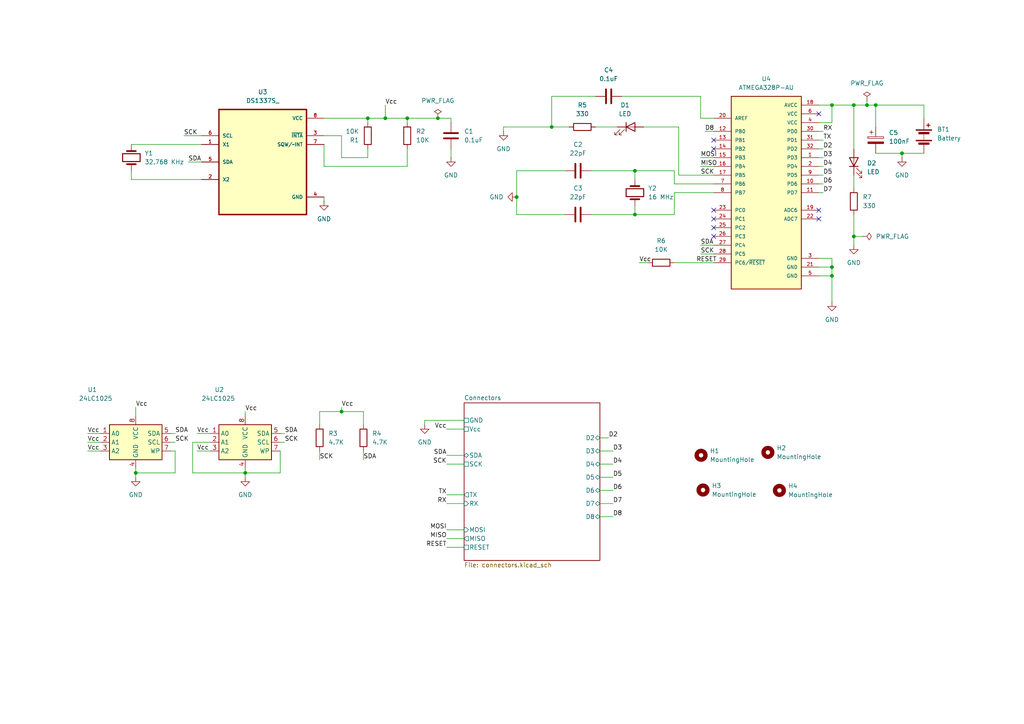
<source format=kicad_sch>
(kicad_sch (version 20250114) (generator "eeschema") (generator_version "9.0")
  (paper "A4")
  (title_block (title "${project_name}") (date "2025-08-30") (rev "1"))
  (lib_symbols
    (symbol "ATMEGA328P-AU:ATMEGA328P-AU" (pin_names (offset 1.016))
      (property "Reference" "U4" (at 0 33.02 0))
      (property "Value" "ATMEGA328P-AU" (at 0 30.48 0))
      (symbol "ATMEGA328P-AU_0_0"
        (rectangle (start -10.16 -27.94) (end 10.16 27.94) (stroke (width 0.254)) (fill (type background)))
        (pin input line (at -15.24 21.59 0) (length 5.08) (name "AREF") (number "20"))
        (pin bidirectional line (at -15.24 17.78 0) (length 5.08) (name "PB0") (number "12"))
        (pin bidirectional line (at -15.24 15.24 0) (length 5.08) (name "PB1") (number "13"))
        (pin bidirectional line (at -15.24 12.7 0) (length 5.08) (name "PB2") (number "14"))
        (pin bidirectional line (at -15.24 10.16 0) (length 5.08) (name "PB3") (number "15"))
        (pin bidirectional line (at -15.24 7.62 0) (length 5.08) (name "PB4") (number "16"))
        (pin bidirectional line (at -15.24 5.08 0) (length 5.08) (name "PB5") (number "17"))
        (pin bidirectional line (at -15.24 2.54 0) (length 5.08) (name "PB6") (number "7"))
        (pin bidirectional line (at -15.24 0 0) (length 5.08) (name "PB7") (number "8"))
        (pin bidirectional line (at -15.24 -5.08 0) (length 5.08) (name "PC0") (number "23"))
        (pin bidirectional line (at -15.24 -7.62 0) (length 5.08) (name "PC1") (number "24"))
        (pin bidirectional line (at -15.24 -10.16 0) (length 5.08) (name "PC2") (number "25"))
        (pin bidirectional line (at -15.24 -12.7 0) (length 5.08) (name "PC3") (number "26"))
        (pin bidirectional line (at -15.24 -15.24 0) (length 5.08) (name "PC4") (number "27"))
        (pin bidirectional line (at -15.24 -17.78 0) (length 5.08) (name "PC5") (number "28"))
        (pin bidirectional line (at -15.24 -20.32 0) (length 5.08) (name "PC6/~{RESET}") (number "29"))
        (pin power_in line (at 15.24 25.4 180) (length 5.08) (name "AVCC") (number "18"))
        (pin power_in line (at 15.24 22.86 180) (length 5.08) (name "VCC") (number "6"))
        (pin power_in line (at 15.24 20.32 180) (length 5.08) (name "VCC") (number "4"))
        (pin bidirectional line (at 15.24 17.78 180) (length 5.08) (name "PD0") (number "30"))
        (pin bidirectional line (at 15.24 15.24 180) (length 5.08) (name "PD1") (number "31"))
        (pin bidirectional line (at 15.24 12.7 180) (length 5.08) (name "PD2") (number "32"))
        (pin bidirectional line (at 15.24 10.16 180) (length 5.08) (name "PD3") (number "1"))
        (pin bidirectional line (at 15.24 7.62 180) (length 5.08) (name "PD4") (number "2"))
        (pin bidirectional line (at 15.24 5.08 180) (length 5.08) (name "PD5") (number "9"))
        (pin bidirectional line (at 15.24 2.54 180) (length 5.08) (name "PD6") (number "10"))
        (pin bidirectional line (at 15.24 0 180) (length 5.08) (name "PD7") (number "11"))
        (pin bidirectional line (at 15.24 -5.08 180) (length 5.08) (name "ADC6") (number "19"))
        (pin bidirectional line (at 15.24 -7.62 180) (length 5.08) (name "ADC7") (number "22"))
        (pin power_in line (at 15.24 -19.05 180) (length 5.08) (name "GND") (number "3"))
        (pin power_in line (at 15.24 -21.59 180) (length 5.08) (name "GND") (number "21"))
        (pin power_in line (at 15.24 -24.13 180) (length 5.08) (name "GND") (number "5"))
      )
    )
    (symbol "DS1337S_:DS1337S_" (pin_names (offset 1.016))
      (property "Reference" "U" (at -12.7 16.24 0))
      (property "Value" "DS1337S_" (at -12.7 -19.24 0))
      (symbol "DS1337S__0_0"
        (rectangle (start -12.7 -15.24) (end 12.7 15.24) (stroke (width 0.41)) (fill (type background)))
        (pin input line (at -17.78 7.62 0) (length 5.08) (name "SCL") (number "6"))
        (pin input line (at -17.78 5.08 0) (length 5.08) (name "X1") (number "1"))
        (pin bidirectional line (at -17.78 0 0) (length 5.08) (name "SDA") (number "5"))
        (pin bidirectional line (at -17.78 -5.08 0) (length 5.08) (name "X2") (number "2"))
        (pin power_in line (at 17.78 12.7 180) (length 5.08) (name "VCC") (number "8"))
        (pin output line (at 17.78 7.62 180) (length 5.08) (name "~{INTA}") (number "3"))
        (pin output line (at 17.78 5.08 180) (length 5.08) (name "SQW/~INT") (number "7"))
        (pin power_in line (at 17.78 -10.16 180) (length 5.08) (name "GND") (number "4"))
      )
    )
    (symbol "Device:Battery" (pin_numbers (hide yes)) (pin_names (offset 0) (hide yes))
      (property "Reference" "BT" (at 2.54 2.54 0))
      (property "Value" "Battery" (at 2.54 0 0))
      (symbol "Battery_0_1"
        (rectangle (start -2.286 1.778) (end 2.286 1.524) (fill (type outline)))
        (rectangle (start -2.286 -1.27) (end 2.286 -1.524) (fill (type outline)))
        (rectangle (start -1.524 1.016) (end 1.524 0.508) (fill (type outline)))
        (rectangle (start -1.524 -2.032) (end 1.524 -2.54) (fill (type outline)))
        (polyline (pts (xy 0 1.778) (xy 0 2.54)))
        (polyline (pts (xy 0 0) (xy 0 0.254)))
        (polyline (pts (xy 0 -0.508) (xy 0 -0.254)))
        (polyline (pts (xy 0 -1.016) (xy 0 -0.762)))
        (polyline (pts (xy 0.762 3.048) (xy 1.778 3.048)) (stroke (width 0.254)))
        (polyline (pts (xy 1.27 3.556) (xy 1.27 2.54)) (stroke (width 0.254)))
      )
      (symbol "Battery_1_1"
        (pin passive line (at 0 5.08 270) (length 2.54) (name "+") (number "1"))
        (pin passive line (at 0 -5.08 90) (length 2.54) (name "-") (number "2"))
      )
    )
    (symbol "Device:C" (pin_numbers (hide yes)) (pin_names (offset 0.254))
      (property "Reference" "C" (at 0.635 2.54 0))
      (property "Value" "C" (at 0.635 -2.54 0))
      (symbol "C_0_1"
        (polyline (pts (xy -2.032 0.762) (xy 2.032 0.762)) (stroke (width 0.508)))
        (polyline (pts (xy -2.032 -0.762) (xy 2.032 -0.762)) (stroke (width 0.508)))
      )
      (symbol "C_1_1"
        (pin passive line (at 0 3.81 270) (length 2.794) (name "~") (number "1"))
        (pin passive line (at 0 -3.81 90) (length 2.794) (name "~") (number "2"))
      )
    )
    (symbol "Device:C_Polarized" (pin_numbers (hide yes)) (pin_names (offset 0.254))
      (property "Reference" "C" (at 0.635 2.54 0))
      (property "Value" "C_Polarized" (at 0.635 -2.54 0))
      (symbol "C_Polarized_0_1"
        (rectangle (start -2.286 0.508) (end 2.286 1.016))
        (polyline (pts (xy -1.778 2.286) (xy -0.762 2.286)))
        (polyline (pts (xy -1.27 2.794) (xy -1.27 1.778)))
        (rectangle (start 2.286 -0.508) (end -2.286 -1.016) (fill (type outline)))
      )
      (symbol "C_Polarized_1_1"
        (pin passive line (at 0 3.81 270) (length 2.794) (name "~") (number "1"))
        (pin passive line (at 0 -3.81 90) (length 2.794) (name "~") (number "2"))
      )
    )
    (symbol "Device:Crystal" (pin_numbers (hide yes)) (pin_names (offset 1.016) (hide yes))
      (property "Reference" "Y" (at 0 3.81 0))
      (property "Value" "Crystal" (at 0 -3.81 0))
      (symbol "Crystal_0_1"
        (polyline (pts (xy -2.54 0) (xy -1.905 0)))
        (polyline (pts (xy -1.905 -1.27) (xy -1.905 1.27)) (stroke (width 0.508)))
        (rectangle (start -1.143 2.54) (end 1.143 -2.54) (stroke (width 0.3048)))
        (polyline (pts (xy 1.905 -1.27) (xy 1.905 1.27)) (stroke (width 0.508)))
        (polyline (pts (xy 2.54 0) (xy 1.905 0)))
      )
      (symbol "Crystal_1_1"
        (pin passive line (at -3.81 0 0) (length 1.27) (name "1") (number "1"))
        (pin passive line (at 3.81 0 180) (length 1.27) (name "2") (number "2"))
      )
    )
    (symbol "Device:LED" (pin_numbers (hide yes)) (pin_names (offset 1.016) (hide yes))
      (property "Reference" "D" (at 0 2.54 0))
      (property "Value" "LED" (at 0 -2.54 0))
      (symbol "LED_0_1"
        (polyline (pts (xy -3.048 -0.762) (xy -4.572 -2.286) (xy -3.81 -2.286) (xy -4.572 -2.286) (xy -4.572 -1.524)))
        (polyline (pts (xy -1.778 -0.762) (xy -3.302 -2.286) (xy -2.54 -2.286) (xy -3.302 -2.286) (xy -3.302 -1.524)))
        (polyline (pts (xy -1.27 0) (xy 1.27 0)))
        (polyline (pts (xy -1.27 -1.27) (xy -1.27 1.27)) (stroke (width 0.254)))
        (polyline (pts (xy 1.27 -1.27) (xy 1.27 1.27) (xy -1.27 0) (xy 1.27 -1.27)) (stroke (width 0.254)))
      )
      (symbol "LED_1_1"
        (pin passive line (at -3.81 0 0) (length 2.54) (name "K") (number "1"))
        (pin passive line (at 3.81 0 180) (length 2.54) (name "A") (number "2"))
      )
    )
    (symbol "Device:R" (pin_numbers (hide yes)) (pin_names (offset 0))
      (property "Reference" "R" (at 2.032 0 90))
      (property "Value" "R" (at 0 0 90))
      (symbol "R_0_1"
        (rectangle (start -1.016 -2.54) (end 1.016 2.54) (stroke (width 0.254)))
      )
      (symbol "R_1_1"
        (pin passive line (at 0 3.81 270) (length 1.27) (name "~") (number "1"))
        (pin passive line (at 0 -3.81 90) (length 1.27) (name "~") (number "2"))
      )
    )
    (symbol "Mechanical:MountingHole" (pin_names (offset 1.016)) (in_bom no)
      (property "Reference" "H" (at 0 5.08 0))
      (property "Value" "MountingHole" (at 0 3.175 0))
      (symbol "MountingHole_0_1"
        (circle (center 0 0) (radius 1.27) (stroke (width 1.27)))
      )
    )
    (symbol "Memory_EEPROM:24LC1025"
      (property "Reference" "U" (at -6.35 6.35 0))
      (property "Value" "24LC1025" (at 1.27 6.35 0))
      (symbol "24LC1025_1_1"
        (rectangle (start -7.62 5.08) (end 7.62 -5.08) (stroke (width 0.254)) (fill (type background)))
        (pin input line (at -10.16 2.54 0) (length 2.54) (name "A0") (number "1"))
        (pin input line (at -10.16 0 0) (length 2.54) (name "A1") (number "2"))
        (pin input line (at -10.16 -2.54 0) (length 2.54) (name "A2") (number "3"))
        (pin power_in line (at 0 7.62 270) (length 2.54) (name "VCC") (number "8"))
        (pin power_in line (at 0 -7.62 90) (length 2.54) (name "GND") (number "4"))
        (pin bidirectional line (at 10.16 2.54 180) (length 2.54) (name "SDA") (number "5"))
        (pin input line (at 10.16 0 180) (length 2.54) (name "SCL") (number "6"))
        (pin input line (at 10.16 -2.54 180) (length 2.54) (name "WP") (number "7"))
      )
    )
    (symbol "power:GND" (power) (pin_numbers (hide yes)) (pin_names (offset 0) (hide yes))
      (property "Value" "GND" (at 0 -3.81 0))
      (symbol "GND_0_1"
        (polyline (pts (xy 0 0) (xy 0 -1.27) (xy 1.27 -1.27) (xy 0 -2.54) (xy -1.27 -1.27) (xy 0 -1.27)))
      )
      (symbol "GND_1_1"
        (pin power_in line (at 0 0 270) (length 0) (name "~") (number "1"))
      )
    )
    (symbol "power:PWR_FLAG" (power) (pin_numbers (hide yes)) (pin_names (offset 0) (hide yes))
      (property "Value" "PWR_FLAG" (at 0 3.81 0))
      (symbol "PWR_FLAG_0_0"
        (pin power_out line (at 0 0 90) (length 0) (name "~") (number "1"))
      )
      (symbol "PWR_FLAG_0_1"
        (polyline (pts (xy 0 0) (xy 0 1.27) (xy -1.016 1.905) (xy 0 2.54) (xy 1.016 1.905) (xy 0 1.27)))
      )
    )
  )
  (junction (at 241.3 80.01))
  (junction (at 118.11 34.29))
  (junction (at 106.68 34.29))
  (junction (at 251.46 30.48))
  (junction (at 247.65 68.58))
  (junction (at 71.12 137.16))
  (junction (at 39.37 137.16))
  (junction (at 149.86 57.15))
  (junction (at 261.62 44.45))
  (junction (at 241.3 77.47))
  (junction (at 184.15 49.53))
  (junction (at 99.06 119.38))
  (junction (at 127 34.29))
  (junction (at 247.65 30.48))
  (junction (at 241.3 30.48))
  (junction (at 111.76 34.29))
  (junction (at 160.02 36.83))
  (junction (at 254 30.48))
  (junction (at 184.15 62.23))
  (no_connect (at 237.49 33.02))
  (no_connect (at 207.01 66.04))
  (no_connect (at 207.01 40.64))
  (no_connect (at 207.01 63.5))
  (no_connect (at 237.49 63.5))
  (no_connect (at 237.49 60.96))
  (no_connect (at 207.01 68.58))
  (no_connect (at 207.01 43.18))
  (no_connect (at 207.01 60.96))
  (wire (pts (xy 93.98 34.29) (xy 106.68 34.29)))
  (wire (pts (xy 195.58 76.2) (xy 207.01 76.2)))
  (wire (pts (xy 25.4 130.81) (xy 29.21 130.81)))
  (wire (pts (xy 184.15 49.53) (xy 195.58 49.53)))
  (wire (pts (xy 93.98 39.37) (xy 99.06 39.37)))
  (wire (pts (xy 267.97 30.48) (xy 267.97 34.29)))
  (wire (pts (xy 92.71 123.19) (xy 92.71 119.38)))
  (wire (pts (xy 184.15 62.23) (xy 195.58 62.23)))
  (wire (pts (xy 93.98 41.91) (xy 93.98 48.26)))
  (wire (pts (xy 237.49 77.47) (xy 241.3 77.47)))
  (wire (pts (xy 196.85 50.8) (xy 207.01 50.8)))
  (wire (pts (xy 195.58 55.88) (xy 207.01 55.88)))
  (wire (pts (xy 92.71 119.38) (xy 99.06 119.38)))
  (wire (pts (xy 129.54 146.05) (xy 134.62 146.05)))
  (wire (pts (xy 49.53 130.81) (xy 50.8 130.81)))
  (wire (pts (xy 149.86 49.53) (xy 163.83 49.53)))
  (wire (pts (xy 149.86 62.23) (xy 149.86 57.15)))
  (wire (pts (xy 53.34 39.37) (xy 58.42 39.37)))
  (wire (pts (xy 204.47 38.1) (xy 207.01 38.1)))
  (wire (pts (xy 50.8 128.27) (xy 49.53 128.27)))
  (wire (pts (xy 160.02 36.83) (xy 146.05 36.83)))
  (wire (pts (xy 238.76 55.88) (xy 237.49 55.88)))
  (wire (pts (xy 71.12 119.38) (xy 71.12 120.65)))
  (wire (pts (xy 195.58 53.34) (xy 207.01 53.34)))
  (wire (pts (xy 247.65 68.58) (xy 247.65 62.23)))
  (wire (pts (xy 81.28 137.16) (xy 71.12 137.16)))
  (wire (pts (xy 82.55 125.73) (xy 81.28 125.73)))
  (wire (pts (xy 203.2 27.94) (xy 180.34 27.94)))
  (wire (pts (xy 123.19 123.19) (xy 123.19 121.92)))
  (wire (pts (xy 81.28 130.81) (xy 81.28 137.16)))
  (wire (pts (xy 247.65 30.48) (xy 251.46 30.48)))
  (wire (pts (xy 92.71 133.35) (xy 92.71 130.81)))
  (wire (pts (xy 129.54 156.21) (xy 134.62 156.21)))
  (wire (pts (xy 247.65 43.18) (xy 247.65 30.48)))
  (wire (pts (xy 130.81 45.72) (xy 130.81 43.18)))
  (wire (pts (xy 254 30.48) (xy 254 36.83)))
  (wire (pts (xy 111.76 34.29) (xy 118.11 34.29)))
  (wire (pts (xy 129.54 153.67) (xy 134.62 153.67)))
  (wire (pts (xy 130.81 34.29) (xy 130.81 35.56)))
  (wire (pts (xy 129.54 132.08) (xy 134.62 132.08)))
  (wire (pts (xy 93.98 48.26) (xy 118.11 48.26)))
  (wire (pts (xy 118.11 34.29) (xy 127 34.29)))
  (wire (pts (xy 241.3 35.56) (xy 241.3 30.48)))
  (wire (pts (xy 207.01 34.29) (xy 203.2 34.29)))
  (wire (pts (xy 99.06 39.37) (xy 99.06 45.72)))
  (wire (pts (xy 177.8 146.05) (xy 173.99 146.05)))
  (wire (pts (xy 177.8 142.24) (xy 173.99 142.24)))
  (wire (pts (xy 39.37 137.16) (xy 39.37 138.43)))
  (wire (pts (xy 93.98 57.15) (xy 93.98 58.42)))
  (wire (pts (xy 55.88 128.27) (xy 60.96 128.27)))
  (wire (pts (xy 71.12 137.16) (xy 71.12 138.43)))
  (wire (pts (xy 241.3 74.93) (xy 241.3 77.47)))
  (wire (pts (xy 251.46 29.21) (xy 251.46 30.48)))
  (wire (pts (xy 173.99 127) (xy 176.53 127)))
  (wire (pts (xy 238.76 38.1) (xy 237.49 38.1)))
  (wire (pts (xy 185.42 76.2) (xy 187.96 76.2)))
  (wire (pts (xy 50.8 125.73) (xy 49.53 125.73)))
  (wire (pts (xy 129.54 143.51) (xy 134.62 143.51)))
  (wire (pts (xy 237.49 30.48) (xy 241.3 30.48)))
  (wire (pts (xy 146.05 36.83) (xy 146.05 38.1)))
  (wire (pts (xy 241.3 80.01) (xy 241.3 87.63)))
  (wire (pts (xy 129.54 134.62) (xy 134.62 134.62)))
  (wire (pts (xy 184.15 59.69) (xy 184.15 62.23)))
  (wire (pts (xy 57.15 125.73) (xy 60.96 125.73)))
  (wire (pts (xy 127 34.29) (xy 130.81 34.29)))
  (wire (pts (xy 184.15 52.07) (xy 184.15 49.53)))
  (wire (pts (xy 203.2 71.12) (xy 207.01 71.12)))
  (wire (pts (xy 254 44.45) (xy 261.62 44.45)))
  (wire (pts (xy 237.49 35.56) (xy 241.3 35.56)))
  (wire (pts (xy 55.88 137.16) (xy 55.88 128.27)))
  (wire (pts (xy 105.41 119.38) (xy 105.41 123.19)))
  (wire (pts (xy 149.86 57.15) (xy 149.86 49.53)))
  (wire (pts (xy 118.11 48.26) (xy 118.11 43.18)))
  (wire (pts (xy 58.42 52.07) (xy 38.1 52.07)))
  (wire (pts (xy 203.2 34.29) (xy 203.2 27.94)))
  (wire (pts (xy 99.06 45.72) (xy 106.68 45.72)))
  (wire (pts (xy 25.4 125.73) (xy 29.21 125.73)))
  (wire (pts (xy 118.11 34.29) (xy 118.11 35.56)))
  (wire (pts (xy 106.68 34.29) (xy 106.68 35.56)))
  (wire (pts (xy 171.45 62.23) (xy 184.15 62.23)))
  (wire (pts (xy 238.76 43.18) (xy 237.49 43.18)))
  (wire (pts (xy 238.76 40.64) (xy 237.49 40.64)))
  (wire (pts (xy 241.3 80.01) (xy 237.49 80.01)))
  (wire (pts (xy 163.83 62.23) (xy 149.86 62.23)))
  (wire (pts (xy 241.3 77.47) (xy 241.3 80.01)))
  (wire (pts (xy 251.46 30.48) (xy 254 30.48)))
  (wire (pts (xy 165.1 36.83) (xy 160.02 36.83)))
  (wire (pts (xy 186.69 36.83) (xy 196.85 36.83)))
  (wire (pts (xy 25.4 128.27) (xy 29.21 128.27)))
  (wire (pts (xy 238.76 48.26) (xy 237.49 48.26)))
  (wire (pts (xy 247.65 50.8) (xy 247.65 54.61)))
  (wire (pts (xy 247.65 68.58) (xy 250.19 68.58)))
  (wire (pts (xy 106.68 34.29) (xy 111.76 34.29)))
  (wire (pts (xy 38.1 52.07) (xy 38.1 49.53)))
  (wire (pts (xy 203.2 73.66) (xy 207.01 73.66)))
  (wire (pts (xy 195.58 62.23) (xy 195.58 55.88)))
  (wire (pts (xy 247.65 71.12) (xy 247.65 68.58)))
  (wire (pts (xy 123.19 121.92) (xy 134.62 121.92)))
  (wire (pts (xy 82.55 128.27) (xy 81.28 128.27)))
  (wire (pts (xy 106.68 45.72) (xy 106.68 43.18)))
  (wire (pts (xy 238.76 53.34) (xy 237.49 53.34)))
  (wire (pts (xy 196.85 36.83) (xy 196.85 50.8)))
  (wire (pts (xy 203.2 48.26) (xy 207.01 48.26)))
  (wire (pts (xy 172.72 27.94) (xy 160.02 27.94)))
  (wire (pts (xy 160.02 27.94) (xy 160.02 36.83)))
  (wire (pts (xy 177.8 138.43) (xy 173.99 138.43)))
  (wire (pts (xy 171.45 49.53) (xy 184.15 49.53)))
  (wire (pts (xy 71.12 137.16) (xy 55.88 137.16)))
  (wire (pts (xy 39.37 135.89) (xy 39.37 137.16)))
  (wire (pts (xy 261.62 44.45) (xy 267.97 44.45)))
  (wire (pts (xy 195.58 49.53) (xy 195.58 53.34)))
  (wire (pts (xy 111.76 30.48) (xy 111.76 34.29)))
  (wire (pts (xy 129.54 158.75) (xy 134.62 158.75)))
  (wire (pts (xy 237.49 74.93) (xy 241.3 74.93)))
  (wire (pts (xy 39.37 118.11) (xy 39.37 120.65)))
  (wire (pts (xy 261.62 44.45) (xy 261.62 45.72)))
  (wire (pts (xy 238.76 50.8) (xy 237.49 50.8)))
  (wire (pts (xy 57.15 130.81) (xy 60.96 130.81)))
  (wire (pts (xy 99.06 118.11) (xy 99.06 119.38)))
  (wire (pts (xy 172.72 36.83) (xy 179.07 36.83)))
  (wire (pts (xy 105.41 133.35) (xy 105.41 130.81)))
  (wire (pts (xy 254 30.48) (xy 267.97 30.48)))
  (wire (pts (xy 238.76 45.72) (xy 237.49 45.72)))
  (wire (pts (xy 129.54 124.46) (xy 134.62 124.46)))
  (wire (pts (xy 177.8 149.86) (xy 173.99 149.86)))
  (wire (pts (xy 50.8 137.16) (xy 39.37 137.16)))
  (wire (pts (xy 71.12 135.89) (xy 71.12 137.16)))
  (wire (pts (xy 177.8 134.62) (xy 173.99 134.62)))
  (wire (pts (xy 50.8 130.81) (xy 50.8 137.16)))
  (wire (pts (xy 38.1 41.91) (xy 58.42 41.91)))
  (wire (pts (xy 241.3 30.48) (xy 247.65 30.48)))
  (wire (pts (xy 203.2 45.72) (xy 207.01 45.72)))
  (wire (pts (xy 177.8 130.81) (xy 173.99 130.81)))
  (wire (pts (xy 54.61 46.99) (xy 58.42 46.99)))
  (wire (pts (xy 99.06 119.38) (xy 105.41 119.38)))
  (label "Vcc" (at 39.37 118.11 0))
  (label "D6" (at 238.76 53.34 0))
  (label "Vcc" (at 57.15 125.73 0))
  (label "MISO" (at 203.2 48.26 0))
  (label "RESET" (at 129.54 158.75 180))
  (label "D7" (at 238.76 55.88 0))
  (label "SDA" (at 54.61 46.99 0))
  (label "D3" (at 177.8 130.81 0))
  (label "SCK" (at 53.34 39.37 0))
  (label "D6" (at 177.8 142.24 0))
  (label "Vcc" (at 129.54 124.46 180))
  (label "D3" (at 238.76 45.72 0))
  (label "Vcc" (at 71.12 119.38 0))
  (label "SCK" (at 203.2 50.8 0))
  (label "RX" (at 129.54 146.05 180))
  (label "RX" (at 238.76 38.1 0))
  (label "D4" (at 238.76 48.26 0))
  (label "SDA" (at 50.8 125.73 0))
  (label "D8" (at 177.8 149.86 0))
  (label "D2" (at 238.76 43.18 0))
  (label "MOSI" (at 129.54 153.67 180))
  (label "SDA" (at 203.2 71.12 0))
  (label "SDA" (at 129.54 132.08 180))
  (label "RESET" (at 201.93 76.2 0))
  (label "SDA" (at 82.55 125.73 0))
  (label "Vcc" (at 25.4 128.27 0))
  (label "Vcc" (at 111.76 30.48 0))
  (label "SCK" (at 82.55 128.27 0))
  (label "Vcc" (at 57.15 130.81 0))
  (label "MOSI" (at 203.2 45.72 0))
  (label "SCK" (at 50.8 128.27 0))
  (label "Vcc" (at 25.4 130.81 0))
  (label "D5" (at 177.8 138.43 0))
  (label "SCK" (at 203.2 73.66 0))
  (label "MISO" (at 129.54 156.21 180))
  (label "Vcc" (at 25.4 125.73 0))
  (label "D5" (at 238.76 50.8 0))
  (label "D7" (at 177.8 146.05 0))
  (label "Vcc" (at 185.42 76.2 0))
  (label "D4" (at 177.8 134.62 0))
  (label "Vcc" (at 99.06 118.11 0))
  (label "SDA" (at 105.41 133.35 0))
  (label "D8" (at 204.47 38.1 0))
  (label "D2" (at 176.53 127 0))
  (label "SCK" (at 129.54 134.62 180))
  (label "TX" (at 238.76 40.64 0))
  (label "TX" (at 129.54 143.51 180))
  (label "SCK" (at 92.71 133.35 0))
  (symbol (lib_id "Device:R") (at 191.77 76.2 90) (unit 1)
    (property "Reference" "R6" (at 191.77 69.85 90))
    (property "Value" "10K" (at 191.77 72.39 90))
    (property "Footprint" "Resistor_SMD:R_0805_2012Metric" (effects (hide yes)))
    (property "Description" "Resistor" (effects (hide yes)))
  )
  (symbol (lib_id "power:GND") (at 71.12 138.43 0) (unit 1)
    (property "Reference" "#PWR04" (effects (hide yes)))
    (property "Value" "GND" (at 71.12 143.51 0))
    (property "Description" "Power symbol creates a global label with name \"GND\" , ground" (effects (hide yes)))
  )
  (symbol (lib_id "power:PWR_FLAG") (at 250.19 68.58 270) (unit 1)
    (property "Reference" "#FLG02" (effects (hide yes)))
    (property "Value" "PWR_FLAG" (at 254 68.5799 90) (effects (justify left)))
    (property "Description" "Special symbol for telling ERC where power comes from" (effects (hide yes)))
  )
  (symbol (lib_id "power:GND") (at 146.05 38.1 0) (unit 1)
    (property "Reference" "#PWR09" (effects (hide yes)))
    (property "Value" "GND" (at 146.05 43.18 0))
    (property "Description" "Power symbol creates a global label with name \"GND\" , ground" (effects (hide yes)))
  )
  (symbol (lib_id "Device:Battery") (at 267.97 39.37 0) (unit 1)
    (property "Reference" "BT1" (at 271.78 37.5284 0) (effects (justify left)))
    (property "Value" "Battery" (at 271.78 40.0684 0) (effects (justify left)))
    (property "Footprint" "Connector_PinHeader_2.54mm:PinHeader_1x02_P2.54mm_Vertical" (effects (hide yes)))
    (property "Description" "Multiple-cell battery" (effects (hide yes)))
  )
  (symbol (lib_id "ATMEGA328P-AU:ATMEGA328P-AU") (at 222.25 55.88 0) (unit 1)
    (property "Reference" "U4" (at 222.25 22.86 0))
    (property "Value" "ATMEGA328P-AU" (at 222.25 25.4 0))
    (property "Footprint" "Footprints:QFP80P900X900X120-32N" (effects (hide yes)))
    (property "MF" "Microchip" (effects (hide yes)))
    (property "MAXIMUM_PACKAGE_HEIGHT" "1.20mm" (effects (hide yes)))
    (property "Package" "TQFP-32 Microchip" (effects (hide yes)))
    (property "Price" "None" (effects (hide yes)))
    (property "Check_prices" "https://www.snapeda.com/parts/ATMEGA328P-AU/Microchip+Technology/view-part/?ref=eda" (effects (hide yes)))
    (property "STANDARD" "IPC-7351B" (effects (hide yes)))
    (property "PARTREV" "8271A" (effects (hide yes)))
    (property "SnapEDA_Link" "https://www.snapeda.com/parts/ATMEGA328P-AU/Microchip+Technology/view-part/?ref=snap" (effects (hide yes)))
    (property "MP" "ATMEGA328P-AU" (effects (hide yes)))
    (property "Description_1" "AVR AVR® ATmega Microcontroller IC 8-Bit 20MHz 32KB (16K x 16) FLASH 32-TQFP (7x7)" (effects (hide yes)))
    (property "Availability" "In Stock" (effects (hide yes)))
    (property "MANUFACTURER" "Microchip" (effects (hide yes)))
  )
  (symbol (lib_id "power:GND") (at 149.86 57.15 270) (unit 1)
    (property "Reference" "#PWR08" (effects (hide yes)))
    (property "Value" "GND" (at 146.05 57.1499 90) (effects (justify right)))
    (property "Description" "Power symbol creates a global label with name \"GND\" , ground" (effects (hide yes)))
  )
  (symbol (lib_id "power:GND") (at 130.81 45.72 0) (unit 1)
    (property "Reference" "#PWR02" (effects (hide yes)))
    (property "Value" "GND" (at 130.81 50.8 0))
    (property "Description" "Power symbol creates a global label with name \"GND\" , ground" (effects (hide yes)))
  )
  (symbol (lib_id "Mechanical:MountingHole") (at 203.3393 132.049 0) (unit 1) (in_bom no)
    (property "Reference" "H1" (at 205.8793 130.7789 0) (effects (justify left)))
    (property "Value" "MountingHole" (at 205.8793 133.3189 0) (effects (justify left)))
    (property "Footprint" "MountingHole:MountingHole_2.1mm" (effects (hide yes)))
    (property "Description" "Mounting Hole without connection" (effects (hide yes)))
  )
  (symbol (lib_id "Device:R") (at 106.68 39.37 180) (unit 1)
    (property "Reference" "R1" (at 104.14 40.6401 0) (effects (justify left)))
    (property "Value" "10K" (at 104.14 38.1001 0) (effects (justify left)))
    (property "Footprint" "Resistor_SMD:R_0805_2012Metric" (effects (hide yes)))
    (property "Description" "Resistor" (effects (hide yes)))
  )
  (symbol (lib_id "Device:C") (at 130.81 39.37 0) (unit 1)
    (property "Reference" "C1" (at 134.62 38.0999 0) (effects (justify left)))
    (property "Value" "0.1uF" (at 134.62 40.6399 0) (effects (justify left)))
    (property "Footprint" "Capacitor_SMD:C_0805_2012Metric" (effects (hide yes)))
    (property "Description" "Unpolarized capacitor" (effects (hide yes)))
  )
  (symbol (lib_id "Device:C_Polarized") (at 254 40.64 0) (unit 1)
    (property "Reference" "C5" (at 257.81 38.4809 0) (effects (justify left)))
    (property "Value" "100nF" (at 257.81 41.0209 0) (effects (justify left)))
    (property "Footprint" "Capacitor_SMD:C_0805_2012Metric" (effects (hide yes)))
    (property "Description" "Polarized capacitor" (effects (hide yes)))
  )
  (symbol (lib_id "Mechanical:MountingHole") (at 222.7204 131.2194 0) (unit 1) (in_bom no)
    (property "Reference" "H2" (at 225.2604 129.9493 0) (effects (justify left)))
    (property "Value" "MountingHole" (at 225.2604 132.4893 0) (effects (justify left)))
    (property "Footprint" "MountingHole:MountingHole_2.1mm" (effects (hide yes)))
    (property "Description" "Mounting Hole without connection" (effects (hide yes)))
  )
  (symbol (lib_id "power:GND") (at 93.98 58.42 0) (unit 1)
    (property "Reference" "#PWR01" (effects (hide yes)))
    (property "Value" "GND" (at 93.98 63.5 0))
    (property "Description" "Power symbol creates a global label with name \"GND\" , ground" (effects (hide yes)))
  )
  (symbol (lib_id "Device:C") (at 167.64 49.53 90) (unit 1)
    (property "Reference" "C2" (at 167.64 41.91 90))
    (property "Value" "22pF" (at 167.64 44.45 90))
    (property "Footprint" "Capacitor_SMD:C_0805_2012Metric" (effects (hide yes)))
    (property "Description" "Unpolarized capacitor" (effects (hide yes)))
  )
  (symbol (lib_id "Mechanical:MountingHole") (at 226.06 142.24 0) (unit 1) (in_bom no)
    (property "Reference" "H4" (at 228.6 140.9699 0) (effects (justify left)))
    (property "Value" "MountingHole" (at 228.6 143.5099 0) (effects (justify left)))
    (property "Footprint" "MountingHole:MountingHole_2.1mm" (effects (hide yes)))
    (property "Description" "Mounting Hole without connection" (effects (hide yes)))
  )
  (symbol (lib_id "Device:R") (at 168.91 36.83 90) (unit 1)
    (property "Reference" "R5" (at 168.91 30.48 90))
    (property "Value" "330" (at 168.91 33.02 90))
    (property "Footprint" "Resistor_SMD:R_0805_2012Metric" (effects (hide yes)))
    (property "Description" "Resistor" (effects (hide yes)))
  )
  (symbol (lib_id "Memory_EEPROM:24LC1025") (at 71.12 128.27 0) (unit 1)
    (property "Reference" "U2" (at 62.23 113.03 0) (effects (justify left)))
    (property "Value" "24LC1025" (at 58.42 115.57 0) (effects (justify left)))
    (property "Footprint" "Package_SO:SOIC-8_5.3x5.3mm_P1.27mm" (effects (hide yes)))
    (property "Datasheet" "http://ww1.microchip.com/downloads/en/DeviceDoc/21941B.pdf" (effects (hide yes)))
    (property "Description" "I2C Serial EEPROM, 1024Kb, DIP-8/SOIC-8/TSSOP-8/DFN-8" (effects (hide yes)))
  )
  (symbol (lib_id "Device:LED") (at 182.88 36.83 0) (unit 1)
    (property "Reference" "D1" (at 181.2925 30.48 0))
    (property "Value" "LED" (at 181.2925 33.02 0))
    (property "Footprint" "LED_SMD:LED_0805_2012Metric" (effects (hide yes)))
    (property "Description" "Light emitting diode" (effects (hide yes)))
    (property "Sim.Pins" "1=K 2=A" (effects (hide yes)))
  )
  (symbol (lib_id "Device:R") (at 118.11 39.37 0) (unit 1)
    (property "Reference" "R2" (at 120.65 38.0999 0) (effects (justify left)))
    (property "Value" "10K" (at 120.65 40.6399 0) (effects (justify left)))
    (property "Footprint" "Resistor_SMD:R_0805_2012Metric" (effects (hide yes)))
    (property "Description" "Resistor" (effects (hide yes)))
  )
  (symbol (lib_id "power:GND") (at 261.62 45.72 0) (unit 1)
    (property "Reference" "#PWR07" (effects (hide yes)))
    (property "Value" "GND" (at 261.62 50.8 0))
    (property "Description" "Power symbol creates a global label with name \"GND\" , ground" (effects (hide yes)))
  )
  (symbol (lib_id "Device:LED") (at 247.65 46.99 90) (unit 1)
    (property "Reference" "D2" (at 251.46 47.3074 90) (effects (justify right)))
    (property "Value" "LED" (at 251.46 49.8474 90) (effects (justify right)))
    (property "Footprint" "LED_SMD:LED_0805_2012Metric" (effects (hide yes)))
    (property "Description" "Light emitting diode" (effects (hide yes)))
    (property "Sim.Pins" "1=K 2=A" (effects (hide yes)))
  )
  (symbol (lib_id "Device:R") (at 105.41 127 0) (unit 1)
    (property "Reference" "R4" (at 107.95 125.7299 0) (effects (justify left)))
    (property "Value" "4.7K" (at 107.95 128.2699 0) (effects (justify left)))
    (property "Footprint" "Resistor_SMD:R_0805_2012Metric" (effects (hide yes)))
    (property "Description" "Resistor" (effects (hide yes)))
  )
  (symbol (lib_id "Device:Crystal") (at 38.1 45.72 90) (unit 1)
    (property "Reference" "Y1" (at 41.91 44.4499 90) (effects (justify right)))
    (property "Value" "32.768 KHz" (at 41.91 46.9899 90) (effects (justify right)))
    (property "Footprint" "Crystal:Crystal_SMD_5032-2Pin_5.0x3.2mm_HandSoldering" (effects (hide yes)))
    (property "Description" "Two pin crystal" (effects (hide yes)))
  )
  (symbol (lib_id "power:GND") (at 39.37 138.43 0) (unit 1)
    (property "Reference" "#PWR03" (effects (hide yes)))
    (property "Value" "GND" (at 39.37 143.51 0))
    (property "Description" "Power symbol creates a global label with name \"GND\" , ground" (effects (hide yes)))
  )
  (symbol (lib_id "Device:C") (at 167.64 62.23 90) (unit 1)
    (property "Reference" "C3" (at 167.64 54.61 90))
    (property "Value" "22pF" (at 167.64 57.15 90))
    (property "Footprint" "Capacitor_SMD:C_0805_2012Metric" (effects (hide yes)))
    (property "Description" "Unpolarized capacitor" (effects (hide yes)))
  )
  (symbol (lib_id "power:GND") (at 123.19 123.19 0) (unit 1)
    (property "Reference" "#PWR010" (effects (hide yes)))
    (property "Value" "GND" (at 123.19 128.27 0))
    (property "Description" "Power symbol creates a global label with name \"GND\" , ground" (effects (hide yes)))
  )
  (symbol (lib_id "Mechanical:MountingHole") (at 203.9075 142.1286 0) (unit 1) (in_bom no)
    (property "Reference" "H3" (at 206.4475 140.8585 0) (effects (justify left)))
    (property "Value" "MountingHole" (at 206.4475 143.3985 0) (effects (justify left)))
    (property "Footprint" "MountingHole:MountingHole_2.1mm" (effects (hide yes)))
    (property "Description" "Mounting Hole without connection" (effects (hide yes)))
  )
  (symbol (lib_id "DS1337S_:DS1337S_") (at 76.2 46.99 0) (unit 1)
    (property "Reference" "U3" (at 76.2 26.67 0))
    (property "Value" "DS1337S_" (at 76.2 29.21 0))
    (property "Footprint" "Footprints:SOIC127P600X175-8N" (effects (hide yes)))
    (property "MF" "Analog Devices" (effects (hide yes)))
    (property "Description_1" "I²C Serial Real-Time Clock" (effects (hide yes)))
    (property "Package" "SOIC-8 Maxim" (effects (hide yes)))
    (property "Price" "None" (effects (hide yes)))
    (property "SnapEDA_Link" "https://www.snapeda.com/parts/DS1337S+/Analog+Devices/view-part/?ref=snap" (effects (hide yes)))
    (property "MP" "DS1337S+" (effects (hide yes)))
    (property "Availability" "In Stock" (effects (hide yes)))
    (property "Check_prices" "https://www.snapeda.com/parts/DS1337S+/Analog+Devices/view-part/?ref=eda" (effects (hide yes)))
  )
  (symbol (lib_id "power:GND") (at 247.65 71.12 0) (unit 1)
    (property "Reference" "#PWR06" (effects (hide yes)))
    (property "Value" "GND" (at 247.65 76.2 0))
    (property "Description" "Power symbol creates a global label with name \"GND\" , ground" (effects (hide yes)))
  )
  (symbol (lib_id "Memory_EEPROM:24LC1025") (at 39.37 128.27 0) (unit 1)
    (property "Reference" "U1" (at 25.4 113.03 0) (effects (justify left)))
    (property "Value" "24LC1025" (at 22.86 115.57 0) (effects (justify left)))
    (property "Footprint" "Package_SO:SOIC-8_5.3x5.3mm_P1.27mm" (effects (hide yes)))
    (property "Datasheet" "http://ww1.microchip.com/downloads/en/DeviceDoc/21941B.pdf" (effects (hide yes)))
    (property "Description" "I2C Serial EEPROM, 1024Kb, DIP-8/SOIC-8/TSSOP-8/DFN-8" (effects (hide yes)))
  )
  (symbol (lib_id "Device:R") (at 92.71 127 0) (unit 1)
    (property "Reference" "R3" (at 95.25 125.7299 0) (effects (justify left)))
    (property "Value" "4.7K" (at 95.25 128.2699 0) (effects (justify left)))
    (property "Footprint" "Resistor_SMD:R_0805_2012Metric" (effects (hide yes)))
    (property "Description" "Resistor" (effects (hide yes)))
  )
  (symbol (lib_id "Device:R") (at 247.65 58.42 0) (unit 1)
    (property "Reference" "R7" (at 250.19 57.1499 0) (effects (justify left)))
    (property "Value" "330" (at 250.19 59.6899 0) (effects (justify left)))
    (property "Footprint" "Resistor_SMD:R_0805_2012Metric" (effects (hide yes)))
    (property "Description" "Resistor" (effects (hide yes)))
  )
  (symbol (lib_id "power:GND") (at 241.3 87.63 0) (unit 1)
    (property "Reference" "#PWR05" (effects (hide yes)))
    (property "Value" "GND" (at 241.3 92.71 0))
    (property "Description" "Power symbol creates a global label with name \"GND\" , ground" (effects (hide yes)))
  )
  (symbol (lib_id "power:PWR_FLAG") (at 127 34.29 0) (unit 1)
    (property "Reference" "#FLG03" (effects (hide yes)))
    (property "Value" "PWR_FLAG" (at 127 29.21 0))
    (property "Description" "Special symbol for telling ERC where power comes from" (effects (hide yes)))
  )
  (symbol (lib_id "power:PWR_FLAG") (at 251.46 29.21 0) (unit 1)
    (property "Reference" "#FLG01" (effects (hide yes)))
    (property "Value" "PWR_FLAG" (at 251.46 24.13 0))
    (property "Description" "Special symbol for telling ERC where power comes from" (effects (hide yes)))
  )
  (symbol (lib_id "Device:Crystal") (at 184.15 55.88 270) (unit 1)
    (property "Reference" "Y2" (at 187.96 54.6099 90) (effects (justify left)))
    (property "Value" "16 MHz" (at 187.96 57.1499 90) (effects (justify left)))
    (property "Footprint" "Crystal:Crystal_SMD_5032-2Pin_5.0x3.2mm_HandSoldering" (effects (hide yes)))
    (property "Description" "Two pin crystal" (effects (hide yes)))
  )
  (symbol (lib_id "Device:C") (at 176.53 27.94 90) (unit 1)
    (property "Reference" "C4" (at 176.53 20.32 90))
    (property "Value" "0.1uF" (at 176.53 22.86 90))
    (property "Footprint" "Capacitor_SMD:C_0805_2012Metric" (effects (hide yes)))
    (property "Description" "Unpolarized capacitor" (effects (hide yes)))
  )
  (sheet (at 134.62 116.84) (size 39.37 45.72) (stroke (width 0.1524))
    (property "Sheetname" "Connectors" (at 134.62 116.1284 0) (effects (justify left bottom)))
    (property "Sheetfile" "connectors.kicad_sch" (at 134.62 163.1446 0) (effects (justify left top)))
    (pin "D2" bidirectional (at 173.99 127 0))
    (pin "D3" bidirectional (at 173.99 130.81 0))
    (pin "D4" bidirectional (at 173.99 134.62 0))
    (pin "D5" bidirectional (at 173.99 138.43 0))
    (pin "D6" bidirectional (at 173.99 142.24 0))
    (pin "D7" bidirectional (at 173.99 146.05 0))
    (pin "D8" bidirectional (at 173.99 149.86 0))
    (pin "GND" passive (at 134.62 121.92 180))
    (pin "MISO" output (at 134.62 156.21 180))
    (pin "MOSI" input (at 134.62 153.67 180))
    (pin "RESET" passive (at 134.62 158.75 180))
    (pin "RX" input (at 134.62 146.05 180))
    (pin "SCK" passive (at 134.62 134.62 180))
    (pin "SDA" bidirectional (at 134.62 132.08 180))
    (pin "TX" output (at 134.62 143.51 180))
    (pin "Vcc" passive (at 134.62 124.46 180))
  )
)
</source>
